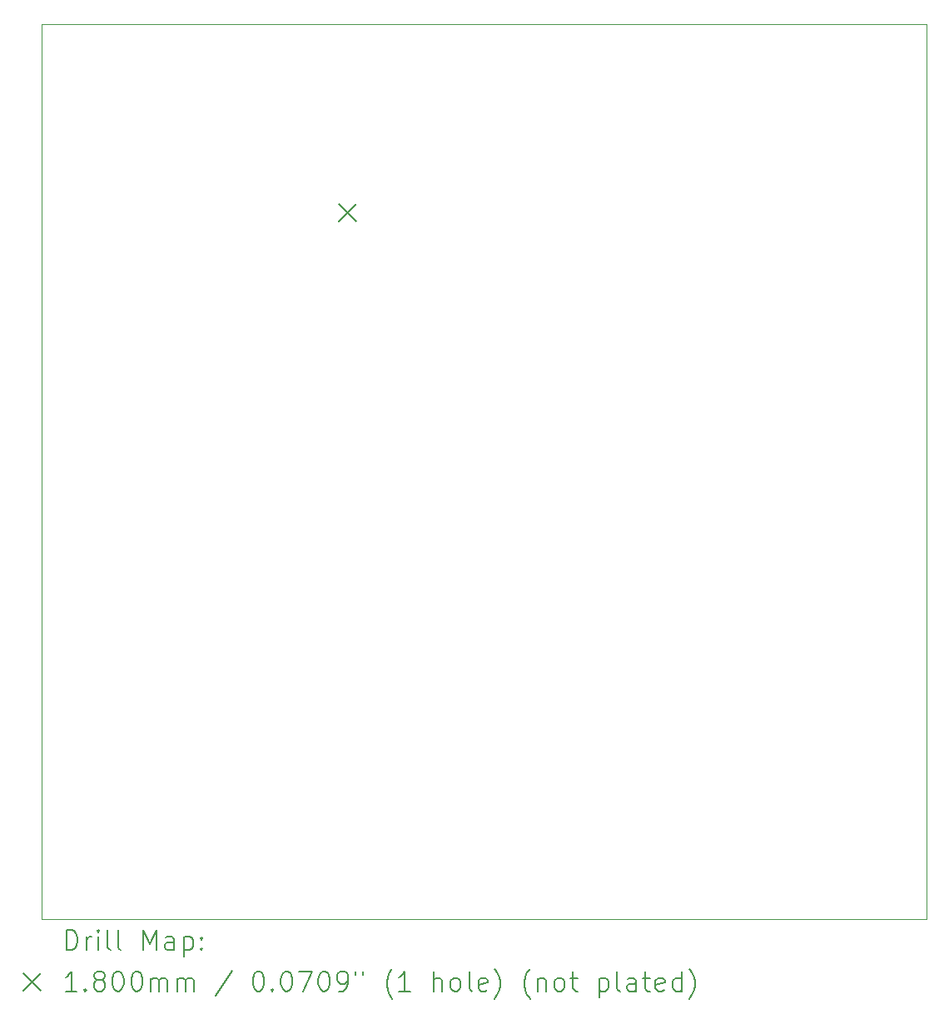
<source format=gbr>
%FSLAX45Y45*%
G04 Gerber Fmt 4.5, Leading zero omitted, Abs format (unit mm)*
G04 Created by KiCad (PCBNEW (6.0.1)) date 2022-02-14 21:09:22*
%MOMM*%
%LPD*%
G01*
G04 APERTURE LIST*
%TA.AperFunction,Profile*%
%ADD10C,0.050000*%
%TD*%
%ADD11C,0.200000*%
%ADD12C,0.180000*%
G04 APERTURE END LIST*
D10*
X1700000Y-10900000D02*
X1700000Y-9000000D01*
X10700000Y-10900000D02*
X1700000Y-10900000D01*
X1700000Y-9000000D02*
X1700000Y-1800000D01*
X1700000Y-1800000D02*
X10700000Y-1800000D01*
X10700000Y-1800000D02*
X10700000Y-10900000D01*
D11*
D12*
X4723300Y-3628800D02*
X4903300Y-3808800D01*
X4903300Y-3628800D02*
X4723300Y-3808800D01*
D11*
X1955119Y-11212976D02*
X1955119Y-11012976D01*
X2002738Y-11012976D01*
X2031309Y-11022500D01*
X2050357Y-11041548D01*
X2059881Y-11060595D01*
X2069405Y-11098690D01*
X2069405Y-11127262D01*
X2059881Y-11165357D01*
X2050357Y-11184405D01*
X2031309Y-11203452D01*
X2002738Y-11212976D01*
X1955119Y-11212976D01*
X2155119Y-11212976D02*
X2155119Y-11079643D01*
X2155119Y-11117738D02*
X2164643Y-11098690D01*
X2174167Y-11089167D01*
X2193214Y-11079643D01*
X2212262Y-11079643D01*
X2278929Y-11212976D02*
X2278929Y-11079643D01*
X2278929Y-11012976D02*
X2269405Y-11022500D01*
X2278929Y-11032024D01*
X2288452Y-11022500D01*
X2278929Y-11012976D01*
X2278929Y-11032024D01*
X2402738Y-11212976D02*
X2383690Y-11203452D01*
X2374167Y-11184405D01*
X2374167Y-11012976D01*
X2507500Y-11212976D02*
X2488452Y-11203452D01*
X2478929Y-11184405D01*
X2478929Y-11012976D01*
X2736071Y-11212976D02*
X2736071Y-11012976D01*
X2802738Y-11155833D01*
X2869405Y-11012976D01*
X2869405Y-11212976D01*
X3050357Y-11212976D02*
X3050357Y-11108214D01*
X3040833Y-11089167D01*
X3021786Y-11079643D01*
X2983690Y-11079643D01*
X2964643Y-11089167D01*
X3050357Y-11203452D02*
X3031309Y-11212976D01*
X2983690Y-11212976D01*
X2964643Y-11203452D01*
X2955119Y-11184405D01*
X2955119Y-11165357D01*
X2964643Y-11146310D01*
X2983690Y-11136786D01*
X3031309Y-11136786D01*
X3050357Y-11127262D01*
X3145595Y-11079643D02*
X3145595Y-11279643D01*
X3145595Y-11089167D02*
X3164643Y-11079643D01*
X3202738Y-11079643D01*
X3221786Y-11089167D01*
X3231309Y-11098690D01*
X3240833Y-11117738D01*
X3240833Y-11174881D01*
X3231309Y-11193928D01*
X3221786Y-11203452D01*
X3202738Y-11212976D01*
X3164643Y-11212976D01*
X3145595Y-11203452D01*
X3326548Y-11193928D02*
X3336071Y-11203452D01*
X3326548Y-11212976D01*
X3317024Y-11203452D01*
X3326548Y-11193928D01*
X3326548Y-11212976D01*
X3326548Y-11089167D02*
X3336071Y-11098690D01*
X3326548Y-11108214D01*
X3317024Y-11098690D01*
X3326548Y-11089167D01*
X3326548Y-11108214D01*
D12*
X1517500Y-11452500D02*
X1697500Y-11632500D01*
X1697500Y-11452500D02*
X1517500Y-11632500D01*
D11*
X2059881Y-11632976D02*
X1945595Y-11632976D01*
X2002738Y-11632976D02*
X2002738Y-11432976D01*
X1983690Y-11461548D01*
X1964643Y-11480595D01*
X1945595Y-11490119D01*
X2145595Y-11613928D02*
X2155119Y-11623452D01*
X2145595Y-11632976D01*
X2136071Y-11623452D01*
X2145595Y-11613928D01*
X2145595Y-11632976D01*
X2269405Y-11518690D02*
X2250357Y-11509167D01*
X2240833Y-11499643D01*
X2231310Y-11480595D01*
X2231310Y-11471071D01*
X2240833Y-11452024D01*
X2250357Y-11442500D01*
X2269405Y-11432976D01*
X2307500Y-11432976D01*
X2326548Y-11442500D01*
X2336071Y-11452024D01*
X2345595Y-11471071D01*
X2345595Y-11480595D01*
X2336071Y-11499643D01*
X2326548Y-11509167D01*
X2307500Y-11518690D01*
X2269405Y-11518690D01*
X2250357Y-11528214D01*
X2240833Y-11537738D01*
X2231310Y-11556786D01*
X2231310Y-11594881D01*
X2240833Y-11613928D01*
X2250357Y-11623452D01*
X2269405Y-11632976D01*
X2307500Y-11632976D01*
X2326548Y-11623452D01*
X2336071Y-11613928D01*
X2345595Y-11594881D01*
X2345595Y-11556786D01*
X2336071Y-11537738D01*
X2326548Y-11528214D01*
X2307500Y-11518690D01*
X2469405Y-11432976D02*
X2488452Y-11432976D01*
X2507500Y-11442500D01*
X2517024Y-11452024D01*
X2526548Y-11471071D01*
X2536071Y-11509167D01*
X2536071Y-11556786D01*
X2526548Y-11594881D01*
X2517024Y-11613928D01*
X2507500Y-11623452D01*
X2488452Y-11632976D01*
X2469405Y-11632976D01*
X2450357Y-11623452D01*
X2440833Y-11613928D01*
X2431310Y-11594881D01*
X2421786Y-11556786D01*
X2421786Y-11509167D01*
X2431310Y-11471071D01*
X2440833Y-11452024D01*
X2450357Y-11442500D01*
X2469405Y-11432976D01*
X2659881Y-11432976D02*
X2678929Y-11432976D01*
X2697976Y-11442500D01*
X2707500Y-11452024D01*
X2717024Y-11471071D01*
X2726548Y-11509167D01*
X2726548Y-11556786D01*
X2717024Y-11594881D01*
X2707500Y-11613928D01*
X2697976Y-11623452D01*
X2678929Y-11632976D01*
X2659881Y-11632976D01*
X2640833Y-11623452D01*
X2631310Y-11613928D01*
X2621786Y-11594881D01*
X2612262Y-11556786D01*
X2612262Y-11509167D01*
X2621786Y-11471071D01*
X2631310Y-11452024D01*
X2640833Y-11442500D01*
X2659881Y-11432976D01*
X2812262Y-11632976D02*
X2812262Y-11499643D01*
X2812262Y-11518690D02*
X2821786Y-11509167D01*
X2840833Y-11499643D01*
X2869405Y-11499643D01*
X2888452Y-11509167D01*
X2897976Y-11528214D01*
X2897976Y-11632976D01*
X2897976Y-11528214D02*
X2907500Y-11509167D01*
X2926548Y-11499643D01*
X2955119Y-11499643D01*
X2974167Y-11509167D01*
X2983690Y-11528214D01*
X2983690Y-11632976D01*
X3078928Y-11632976D02*
X3078928Y-11499643D01*
X3078928Y-11518690D02*
X3088452Y-11509167D01*
X3107500Y-11499643D01*
X3136071Y-11499643D01*
X3155119Y-11509167D01*
X3164643Y-11528214D01*
X3164643Y-11632976D01*
X3164643Y-11528214D02*
X3174167Y-11509167D01*
X3193214Y-11499643D01*
X3221786Y-11499643D01*
X3240833Y-11509167D01*
X3250357Y-11528214D01*
X3250357Y-11632976D01*
X3640833Y-11423452D02*
X3469405Y-11680595D01*
X3897976Y-11432976D02*
X3917024Y-11432976D01*
X3936071Y-11442500D01*
X3945595Y-11452024D01*
X3955119Y-11471071D01*
X3964643Y-11509167D01*
X3964643Y-11556786D01*
X3955119Y-11594881D01*
X3945595Y-11613928D01*
X3936071Y-11623452D01*
X3917024Y-11632976D01*
X3897976Y-11632976D01*
X3878928Y-11623452D01*
X3869405Y-11613928D01*
X3859881Y-11594881D01*
X3850357Y-11556786D01*
X3850357Y-11509167D01*
X3859881Y-11471071D01*
X3869405Y-11452024D01*
X3878928Y-11442500D01*
X3897976Y-11432976D01*
X4050357Y-11613928D02*
X4059881Y-11623452D01*
X4050357Y-11632976D01*
X4040833Y-11623452D01*
X4050357Y-11613928D01*
X4050357Y-11632976D01*
X4183690Y-11432976D02*
X4202738Y-11432976D01*
X4221786Y-11442500D01*
X4231310Y-11452024D01*
X4240833Y-11471071D01*
X4250357Y-11509167D01*
X4250357Y-11556786D01*
X4240833Y-11594881D01*
X4231310Y-11613928D01*
X4221786Y-11623452D01*
X4202738Y-11632976D01*
X4183690Y-11632976D01*
X4164643Y-11623452D01*
X4155119Y-11613928D01*
X4145595Y-11594881D01*
X4136071Y-11556786D01*
X4136071Y-11509167D01*
X4145595Y-11471071D01*
X4155119Y-11452024D01*
X4164643Y-11442500D01*
X4183690Y-11432976D01*
X4317024Y-11432976D02*
X4450357Y-11432976D01*
X4364643Y-11632976D01*
X4564643Y-11432976D02*
X4583690Y-11432976D01*
X4602738Y-11442500D01*
X4612262Y-11452024D01*
X4621786Y-11471071D01*
X4631310Y-11509167D01*
X4631310Y-11556786D01*
X4621786Y-11594881D01*
X4612262Y-11613928D01*
X4602738Y-11623452D01*
X4583690Y-11632976D01*
X4564643Y-11632976D01*
X4545595Y-11623452D01*
X4536071Y-11613928D01*
X4526548Y-11594881D01*
X4517024Y-11556786D01*
X4517024Y-11509167D01*
X4526548Y-11471071D01*
X4536071Y-11452024D01*
X4545595Y-11442500D01*
X4564643Y-11432976D01*
X4726548Y-11632976D02*
X4764643Y-11632976D01*
X4783690Y-11623452D01*
X4793214Y-11613928D01*
X4812262Y-11585357D01*
X4821786Y-11547262D01*
X4821786Y-11471071D01*
X4812262Y-11452024D01*
X4802738Y-11442500D01*
X4783690Y-11432976D01*
X4745595Y-11432976D01*
X4726548Y-11442500D01*
X4717024Y-11452024D01*
X4707500Y-11471071D01*
X4707500Y-11518690D01*
X4717024Y-11537738D01*
X4726548Y-11547262D01*
X4745595Y-11556786D01*
X4783690Y-11556786D01*
X4802738Y-11547262D01*
X4812262Y-11537738D01*
X4821786Y-11518690D01*
X4897976Y-11432976D02*
X4897976Y-11471071D01*
X4974167Y-11432976D02*
X4974167Y-11471071D01*
X5269405Y-11709167D02*
X5259881Y-11699643D01*
X5240833Y-11671071D01*
X5231310Y-11652024D01*
X5221786Y-11623452D01*
X5212262Y-11575833D01*
X5212262Y-11537738D01*
X5221786Y-11490119D01*
X5231310Y-11461548D01*
X5240833Y-11442500D01*
X5259881Y-11413928D01*
X5269405Y-11404405D01*
X5450357Y-11632976D02*
X5336071Y-11632976D01*
X5393214Y-11632976D02*
X5393214Y-11432976D01*
X5374167Y-11461548D01*
X5355119Y-11480595D01*
X5336071Y-11490119D01*
X5688452Y-11632976D02*
X5688452Y-11432976D01*
X5774167Y-11632976D02*
X5774167Y-11528214D01*
X5764643Y-11509167D01*
X5745595Y-11499643D01*
X5717024Y-11499643D01*
X5697976Y-11509167D01*
X5688452Y-11518690D01*
X5897976Y-11632976D02*
X5878928Y-11623452D01*
X5869405Y-11613928D01*
X5859881Y-11594881D01*
X5859881Y-11537738D01*
X5869405Y-11518690D01*
X5878928Y-11509167D01*
X5897976Y-11499643D01*
X5926548Y-11499643D01*
X5945595Y-11509167D01*
X5955119Y-11518690D01*
X5964643Y-11537738D01*
X5964643Y-11594881D01*
X5955119Y-11613928D01*
X5945595Y-11623452D01*
X5926548Y-11632976D01*
X5897976Y-11632976D01*
X6078928Y-11632976D02*
X6059881Y-11623452D01*
X6050357Y-11604405D01*
X6050357Y-11432976D01*
X6231309Y-11623452D02*
X6212262Y-11632976D01*
X6174167Y-11632976D01*
X6155119Y-11623452D01*
X6145595Y-11604405D01*
X6145595Y-11528214D01*
X6155119Y-11509167D01*
X6174167Y-11499643D01*
X6212262Y-11499643D01*
X6231309Y-11509167D01*
X6240833Y-11528214D01*
X6240833Y-11547262D01*
X6145595Y-11566309D01*
X6307500Y-11709167D02*
X6317024Y-11699643D01*
X6336071Y-11671071D01*
X6345595Y-11652024D01*
X6355119Y-11623452D01*
X6364643Y-11575833D01*
X6364643Y-11537738D01*
X6355119Y-11490119D01*
X6345595Y-11461548D01*
X6336071Y-11442500D01*
X6317024Y-11413928D01*
X6307500Y-11404405D01*
X6669405Y-11709167D02*
X6659881Y-11699643D01*
X6640833Y-11671071D01*
X6631309Y-11652024D01*
X6621786Y-11623452D01*
X6612262Y-11575833D01*
X6612262Y-11537738D01*
X6621786Y-11490119D01*
X6631309Y-11461548D01*
X6640833Y-11442500D01*
X6659881Y-11413928D01*
X6669405Y-11404405D01*
X6745595Y-11499643D02*
X6745595Y-11632976D01*
X6745595Y-11518690D02*
X6755119Y-11509167D01*
X6774167Y-11499643D01*
X6802738Y-11499643D01*
X6821786Y-11509167D01*
X6831309Y-11528214D01*
X6831309Y-11632976D01*
X6955119Y-11632976D02*
X6936071Y-11623452D01*
X6926548Y-11613928D01*
X6917024Y-11594881D01*
X6917024Y-11537738D01*
X6926548Y-11518690D01*
X6936071Y-11509167D01*
X6955119Y-11499643D01*
X6983690Y-11499643D01*
X7002738Y-11509167D01*
X7012262Y-11518690D01*
X7021786Y-11537738D01*
X7021786Y-11594881D01*
X7012262Y-11613928D01*
X7002738Y-11623452D01*
X6983690Y-11632976D01*
X6955119Y-11632976D01*
X7078928Y-11499643D02*
X7155119Y-11499643D01*
X7107500Y-11432976D02*
X7107500Y-11604405D01*
X7117024Y-11623452D01*
X7136071Y-11632976D01*
X7155119Y-11632976D01*
X7374167Y-11499643D02*
X7374167Y-11699643D01*
X7374167Y-11509167D02*
X7393214Y-11499643D01*
X7431309Y-11499643D01*
X7450357Y-11509167D01*
X7459881Y-11518690D01*
X7469405Y-11537738D01*
X7469405Y-11594881D01*
X7459881Y-11613928D01*
X7450357Y-11623452D01*
X7431309Y-11632976D01*
X7393214Y-11632976D01*
X7374167Y-11623452D01*
X7583690Y-11632976D02*
X7564643Y-11623452D01*
X7555119Y-11604405D01*
X7555119Y-11432976D01*
X7745595Y-11632976D02*
X7745595Y-11528214D01*
X7736071Y-11509167D01*
X7717024Y-11499643D01*
X7678928Y-11499643D01*
X7659881Y-11509167D01*
X7745595Y-11623452D02*
X7726548Y-11632976D01*
X7678928Y-11632976D01*
X7659881Y-11623452D01*
X7650357Y-11604405D01*
X7650357Y-11585357D01*
X7659881Y-11566309D01*
X7678928Y-11556786D01*
X7726548Y-11556786D01*
X7745595Y-11547262D01*
X7812262Y-11499643D02*
X7888452Y-11499643D01*
X7840833Y-11432976D02*
X7840833Y-11604405D01*
X7850357Y-11623452D01*
X7869405Y-11632976D01*
X7888452Y-11632976D01*
X8031309Y-11623452D02*
X8012262Y-11632976D01*
X7974167Y-11632976D01*
X7955119Y-11623452D01*
X7945595Y-11604405D01*
X7945595Y-11528214D01*
X7955119Y-11509167D01*
X7974167Y-11499643D01*
X8012262Y-11499643D01*
X8031309Y-11509167D01*
X8040833Y-11528214D01*
X8040833Y-11547262D01*
X7945595Y-11566309D01*
X8212262Y-11632976D02*
X8212262Y-11432976D01*
X8212262Y-11623452D02*
X8193214Y-11632976D01*
X8155119Y-11632976D01*
X8136071Y-11623452D01*
X8126548Y-11613928D01*
X8117024Y-11594881D01*
X8117024Y-11537738D01*
X8126548Y-11518690D01*
X8136071Y-11509167D01*
X8155119Y-11499643D01*
X8193214Y-11499643D01*
X8212262Y-11509167D01*
X8288452Y-11709167D02*
X8297976Y-11699643D01*
X8317024Y-11671071D01*
X8326548Y-11652024D01*
X8336071Y-11623452D01*
X8345595Y-11575833D01*
X8345595Y-11537738D01*
X8336071Y-11490119D01*
X8326548Y-11461548D01*
X8317024Y-11442500D01*
X8297976Y-11413928D01*
X8288452Y-11404405D01*
M02*

</source>
